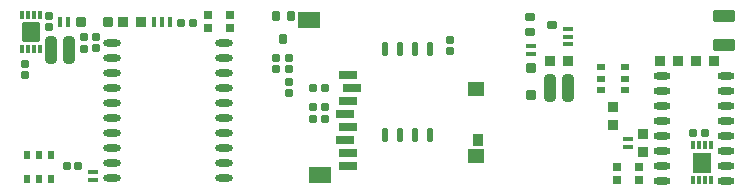
<source format=gbp>
G04*
G04 #@! TF.GenerationSoftware,Altium Limited,Altium Designer,19.1.5 (86)*
G04*
G04 Layer_Color=128*
%FSLAX25Y25*%
%MOIN*%
G70*
G01*
G75*
G04:AMPARAMS|DCode=19|XSize=23.62mil|YSize=23.62mil|CornerRadius=2.36mil|HoleSize=0mil|Usage=FLASHONLY|Rotation=180.000|XOffset=0mil|YOffset=0mil|HoleType=Round|Shape=RoundedRectangle|*
%AMROUNDEDRECTD19*
21,1,0.02362,0.01890,0,0,180.0*
21,1,0.01890,0.02362,0,0,180.0*
1,1,0.00472,-0.00945,0.00945*
1,1,0.00472,0.00945,0.00945*
1,1,0.00472,0.00945,-0.00945*
1,1,0.00472,-0.00945,-0.00945*
%
%ADD19ROUNDEDRECTD19*%
%ADD20R,0.07480X0.05512*%
%ADD21R,0.05512X0.05118*%
%ADD22R,0.05906X0.03150*%
%ADD23R,0.03740X0.03937*%
G04:AMPARAMS|DCode=24|XSize=23.62mil|YSize=23.62mil|CornerRadius=2.36mil|HoleSize=0mil|Usage=FLASHONLY|Rotation=270.000|XOffset=0mil|YOffset=0mil|HoleType=Round|Shape=RoundedRectangle|*
%AMROUNDEDRECTD24*
21,1,0.02362,0.01890,0,0,270.0*
21,1,0.01890,0.02362,0,0,270.0*
1,1,0.00472,-0.00945,-0.00945*
1,1,0.00472,-0.00945,0.00945*
1,1,0.00472,0.00945,0.00945*
1,1,0.00472,0.00945,-0.00945*
%
%ADD24ROUNDEDRECTD24*%
G04:AMPARAMS|DCode=25|XSize=47mil|YSize=19mil|CornerRadius=4.75mil|HoleSize=0mil|Usage=FLASHONLY|Rotation=90.000|XOffset=0mil|YOffset=0mil|HoleType=Round|Shape=RoundedRectangle|*
%AMROUNDEDRECTD25*
21,1,0.04700,0.00950,0,0,90.0*
21,1,0.03750,0.01900,0,0,90.0*
1,1,0.00950,0.00475,0.01875*
1,1,0.00950,0.00475,-0.01875*
1,1,0.00950,-0.00475,-0.01875*
1,1,0.00950,-0.00475,0.01875*
%
%ADD25ROUNDEDRECTD25*%
G04:AMPARAMS|DCode=26|XSize=27.56mil|YSize=35.43mil|CornerRadius=6.89mil|HoleSize=0mil|Usage=FLASHONLY|Rotation=180.000|XOffset=0mil|YOffset=0mil|HoleType=Round|Shape=RoundedRectangle|*
%AMROUNDEDRECTD26*
21,1,0.02756,0.02165,0,0,180.0*
21,1,0.01378,0.03543,0,0,180.0*
1,1,0.01378,-0.00689,0.01083*
1,1,0.01378,0.00689,0.01083*
1,1,0.01378,0.00689,-0.01083*
1,1,0.01378,-0.00689,-0.01083*
%
%ADD26ROUNDEDRECTD26*%
G04:AMPARAMS|DCode=27|XSize=16mil|YSize=35mil|CornerRadius=2.4mil|HoleSize=0mil|Usage=FLASHONLY|Rotation=270.000|XOffset=0mil|YOffset=0mil|HoleType=Round|Shape=RoundedRectangle|*
%AMROUNDEDRECTD27*
21,1,0.01600,0.03020,0,0,270.0*
21,1,0.01120,0.03500,0,0,270.0*
1,1,0.00480,-0.01510,-0.00560*
1,1,0.00480,-0.01510,0.00560*
1,1,0.00480,0.01510,0.00560*
1,1,0.00480,0.01510,-0.00560*
%
%ADD27ROUNDEDRECTD27*%
G04:AMPARAMS|DCode=28|XSize=27.56mil|YSize=27.56mil|CornerRadius=4.13mil|HoleSize=0mil|Usage=FLASHONLY|Rotation=180.000|XOffset=0mil|YOffset=0mil|HoleType=Round|Shape=RoundedRectangle|*
%AMROUNDEDRECTD28*
21,1,0.02756,0.01929,0,0,180.0*
21,1,0.01929,0.02756,0,0,180.0*
1,1,0.00827,-0.00965,0.00965*
1,1,0.00827,0.00965,0.00965*
1,1,0.00827,0.00965,-0.00965*
1,1,0.00827,-0.00965,-0.00965*
%
%ADD28ROUNDEDRECTD28*%
G04:AMPARAMS|DCode=29|XSize=29.53mil|YSize=11.81mil|CornerRadius=2.95mil|HoleSize=0mil|Usage=FLASHONLY|Rotation=270.000|XOffset=0mil|YOffset=0mil|HoleType=Round|Shape=RoundedRectangle|*
%AMROUNDEDRECTD29*
21,1,0.02953,0.00591,0,0,270.0*
21,1,0.02362,0.01181,0,0,270.0*
1,1,0.00591,-0.00295,-0.01181*
1,1,0.00591,-0.00295,0.01181*
1,1,0.00591,0.00295,0.01181*
1,1,0.00591,0.00295,-0.01181*
%
%ADD29ROUNDEDRECTD29*%
G04:AMPARAMS|DCode=30|XSize=57.09mil|YSize=68.9mil|CornerRadius=5.71mil|HoleSize=0mil|Usage=FLASHONLY|Rotation=180.000|XOffset=0mil|YOffset=0mil|HoleType=Round|Shape=RoundedRectangle|*
%AMROUNDEDRECTD30*
21,1,0.05709,0.05748,0,0,180.0*
21,1,0.04567,0.06890,0,0,180.0*
1,1,0.01142,-0.02284,0.02874*
1,1,0.01142,0.02284,0.02874*
1,1,0.01142,0.02284,-0.02874*
1,1,0.01142,-0.02284,-0.02874*
%
%ADD30ROUNDEDRECTD30*%
G04:AMPARAMS|DCode=31|XSize=43.31mil|YSize=94.49mil|CornerRadius=17.32mil|HoleSize=0mil|Usage=FLASHONLY|Rotation=0.000|XOffset=0mil|YOffset=0mil|HoleType=Round|Shape=RoundedRectangle|*
%AMROUNDEDRECTD31*
21,1,0.04331,0.05984,0,0,0.0*
21,1,0.00866,0.09449,0,0,0.0*
1,1,0.03465,0.00433,-0.02992*
1,1,0.03465,-0.00433,-0.02992*
1,1,0.03465,-0.00433,0.02992*
1,1,0.03465,0.00433,0.02992*
%
%ADD31ROUNDEDRECTD31*%
G04:AMPARAMS|DCode=32|XSize=16mil|YSize=35mil|CornerRadius=2.4mil|HoleSize=0mil|Usage=FLASHONLY|Rotation=0.000|XOffset=0mil|YOffset=0mil|HoleType=Round|Shape=RoundedRectangle|*
%AMROUNDEDRECTD32*
21,1,0.01600,0.03020,0,0,0.0*
21,1,0.01120,0.03500,0,0,0.0*
1,1,0.00480,0.00560,-0.01510*
1,1,0.00480,-0.00560,-0.01510*
1,1,0.00480,-0.00560,0.01510*
1,1,0.00480,0.00560,0.01510*
%
%ADD32ROUNDEDRECTD32*%
%ADD33R,0.01968X0.03150*%
G04:AMPARAMS|DCode=34|XSize=35mil|YSize=35mil|CornerRadius=4.38mil|HoleSize=0mil|Usage=FLASHONLY|Rotation=0.000|XOffset=0mil|YOffset=0mil|HoleType=Round|Shape=RoundedRectangle|*
%AMROUNDEDRECTD34*
21,1,0.03500,0.02625,0,0,0.0*
21,1,0.02625,0.03500,0,0,0.0*
1,1,0.00875,0.01313,-0.01313*
1,1,0.00875,-0.01313,-0.01313*
1,1,0.00875,-0.01313,0.01313*
1,1,0.00875,0.01313,0.01313*
%
%ADD34ROUNDEDRECTD34*%
G04:AMPARAMS|DCode=35|XSize=35.43mil|YSize=31.5mil|CornerRadius=3.94mil|HoleSize=0mil|Usage=FLASHONLY|Rotation=180.000|XOffset=0mil|YOffset=0mil|HoleType=Round|Shape=RoundedRectangle|*
%AMROUNDEDRECTD35*
21,1,0.03543,0.02362,0,0,180.0*
21,1,0.02756,0.03150,0,0,180.0*
1,1,0.00787,-0.01378,0.01181*
1,1,0.00787,0.01378,0.01181*
1,1,0.00787,0.01378,-0.01181*
1,1,0.00787,-0.01378,-0.01181*
%
%ADD35ROUNDEDRECTD35*%
%ADD36O,0.05906X0.02362*%
G04:AMPARAMS|DCode=37|XSize=35mil|YSize=35mil|CornerRadius=3.5mil|HoleSize=0mil|Usage=FLASHONLY|Rotation=270.000|XOffset=0mil|YOffset=0mil|HoleType=Round|Shape=RoundedRectangle|*
%AMROUNDEDRECTD37*
21,1,0.03500,0.02800,0,0,270.0*
21,1,0.02800,0.03500,0,0,270.0*
1,1,0.00700,-0.01400,-0.01400*
1,1,0.00700,-0.01400,0.01400*
1,1,0.00700,0.01400,0.01400*
1,1,0.00700,0.01400,-0.01400*
%
%ADD37ROUNDEDRECTD37*%
G04:AMPARAMS|DCode=38|XSize=35mil|YSize=35mil|CornerRadius=3.5mil|HoleSize=0mil|Usage=FLASHONLY|Rotation=0.000|XOffset=0mil|YOffset=0mil|HoleType=Round|Shape=RoundedRectangle|*
%AMROUNDEDRECTD38*
21,1,0.03500,0.02800,0,0,0.0*
21,1,0.02800,0.03500,0,0,0.0*
1,1,0.00700,0.01400,-0.01400*
1,1,0.00700,-0.01400,-0.01400*
1,1,0.00700,-0.01400,0.01400*
1,1,0.00700,0.01400,0.01400*
%
%ADD38ROUNDEDRECTD38*%
G04:AMPARAMS|DCode=39|XSize=57.09mil|YSize=68.9mil|CornerRadius=2.85mil|HoleSize=0mil|Usage=FLASHONLY|Rotation=0.000|XOffset=0mil|YOffset=0mil|HoleType=Round|Shape=RoundedRectangle|*
%AMROUNDEDRECTD39*
21,1,0.05709,0.06319,0,0,0.0*
21,1,0.05138,0.06890,0,0,0.0*
1,1,0.00571,0.02569,-0.03159*
1,1,0.00571,-0.02569,-0.03159*
1,1,0.00571,-0.02569,0.03159*
1,1,0.00571,0.02569,0.03159*
%
%ADD39ROUNDEDRECTD39*%
G04:AMPARAMS|DCode=40|XSize=39.37mil|YSize=70.87mil|CornerRadius=4.92mil|HoleSize=0mil|Usage=FLASHONLY|Rotation=270.000|XOffset=0mil|YOffset=0mil|HoleType=Round|Shape=RoundedRectangle|*
%AMROUNDEDRECTD40*
21,1,0.03937,0.06102,0,0,270.0*
21,1,0.02953,0.07087,0,0,270.0*
1,1,0.00984,-0.03051,-0.01476*
1,1,0.00984,-0.03051,0.01476*
1,1,0.00984,0.03051,0.01476*
1,1,0.00984,0.03051,-0.01476*
%
%ADD40ROUNDEDRECTD40*%
G04:AMPARAMS|DCode=41|XSize=27.56mil|YSize=35.43mil|CornerRadius=6.89mil|HoleSize=0mil|Usage=FLASHONLY|Rotation=270.000|XOffset=0mil|YOffset=0mil|HoleType=Round|Shape=RoundedRectangle|*
%AMROUNDEDRECTD41*
21,1,0.02756,0.02165,0,0,270.0*
21,1,0.01378,0.03543,0,0,270.0*
1,1,0.01378,-0.01083,-0.00689*
1,1,0.01378,-0.01083,0.00689*
1,1,0.01378,0.01083,0.00689*
1,1,0.01378,0.01083,-0.00689*
%
%ADD41ROUNDEDRECTD41*%
G04:AMPARAMS|DCode=42|XSize=35.43mil|YSize=31.5mil|CornerRadius=3.94mil|HoleSize=0mil|Usage=FLASHONLY|Rotation=90.000|XOffset=0mil|YOffset=0mil|HoleType=Round|Shape=RoundedRectangle|*
%AMROUNDEDRECTD42*
21,1,0.03543,0.02362,0,0,90.0*
21,1,0.02756,0.03150,0,0,90.0*
1,1,0.00787,0.01181,0.01378*
1,1,0.00787,0.01181,-0.01378*
1,1,0.00787,-0.01181,-0.01378*
1,1,0.00787,-0.01181,0.01378*
%
%ADD42ROUNDEDRECTD42*%
%ADD43O,0.05709X0.02362*%
%ADD44R,0.03150X0.01968*%
D19*
X132684Y38400D02*
D03*
X128747D02*
D03*
Y31900D02*
D03*
X132684D02*
D03*
X128747Y27900D02*
D03*
X132684D02*
D03*
X84770Y59900D02*
D03*
X88707D02*
D03*
X46497Y12345D02*
D03*
X50434D02*
D03*
X259177Y23254D02*
D03*
X255240D02*
D03*
D20*
X131125Y9305D02*
D03*
X127188Y61077D02*
D03*
D21*
X182897Y38046D02*
D03*
Y15605D02*
D03*
D22*
X140141Y12416D02*
D03*
Y16746D02*
D03*
X139354Y21077D02*
D03*
X140141Y25408D02*
D03*
X139354Y29739D02*
D03*
X140141Y34069D02*
D03*
X141716Y38400D02*
D03*
X140141Y42731D02*
D03*
D23*
X183783Y21077D02*
D03*
D24*
X116216Y48368D02*
D03*
Y44431D02*
D03*
X174216Y54368D02*
D03*
Y50431D02*
D03*
X120716Y36431D02*
D03*
Y40368D02*
D03*
Y48368D02*
D03*
Y44431D02*
D03*
X40739Y58432D02*
D03*
Y62369D02*
D03*
X52239Y55318D02*
D03*
Y51381D02*
D03*
X56239Y55369D02*
D03*
Y51432D02*
D03*
X32739Y46369D02*
D03*
Y42432D02*
D03*
D25*
X167716Y51100D02*
D03*
X162716D02*
D03*
X157716D02*
D03*
X152716D02*
D03*
Y22700D02*
D03*
X157716D02*
D03*
X162716D02*
D03*
X167716D02*
D03*
D26*
X116157Y62140D02*
D03*
X121275D02*
D03*
X118716Y54660D02*
D03*
D27*
X55239Y7600D02*
D03*
Y10200D02*
D03*
X233693Y21200D02*
D03*
Y18600D02*
D03*
X213693Y58000D02*
D03*
Y52800D02*
D03*
Y55400D02*
D03*
X201193Y52200D02*
D03*
Y49600D02*
D03*
D28*
X93636Y58235D02*
D03*
Y62565D02*
D03*
X100841D02*
D03*
Y58235D02*
D03*
X237295Y7735D02*
D03*
Y12065D02*
D03*
X230091D02*
D03*
Y7735D02*
D03*
D29*
X33754Y62609D02*
D03*
X35723D02*
D03*
X37691D02*
D03*
Y51191D02*
D03*
X35723D02*
D03*
X33754D02*
D03*
X31786D02*
D03*
Y62609D02*
D03*
X261146Y7691D02*
D03*
Y19109D02*
D03*
X259177D02*
D03*
X257209D02*
D03*
X255240D02*
D03*
Y7691D02*
D03*
X257209D02*
D03*
X259177D02*
D03*
D30*
X34739Y56900D02*
D03*
D31*
X41422Y51060D02*
D03*
X47328Y51060D02*
D03*
X213598Y38400D02*
D03*
X207693Y38400D02*
D03*
D32*
X47039Y60400D02*
D03*
X44439D02*
D03*
X80839D02*
D03*
X75639D02*
D03*
X78239D02*
D03*
D33*
X33301Y7963D02*
D03*
X37239D02*
D03*
X41176D02*
D03*
Y15837D02*
D03*
X37239D02*
D03*
X33301D02*
D03*
D34*
X65239Y60400D02*
D03*
X71239D02*
D03*
X207693Y47400D02*
D03*
X213693D02*
D03*
D35*
X60266Y60400D02*
D03*
X51211D02*
D03*
D36*
X61538Y8400D02*
D03*
Y13400D02*
D03*
Y18400D02*
D03*
Y23400D02*
D03*
Y28400D02*
D03*
Y33400D02*
D03*
Y38400D02*
D03*
Y43400D02*
D03*
Y48400D02*
D03*
Y53400D02*
D03*
X98939Y8400D02*
D03*
Y13400D02*
D03*
Y18400D02*
D03*
Y23400D02*
D03*
Y28400D02*
D03*
Y33400D02*
D03*
Y38400D02*
D03*
Y43400D02*
D03*
Y48400D02*
D03*
Y53400D02*
D03*
D37*
X238693Y22900D02*
D03*
Y16900D02*
D03*
X228765Y31900D02*
D03*
Y25900D02*
D03*
D38*
X244193Y47400D02*
D03*
X250193D02*
D03*
X256193D02*
D03*
X262193D02*
D03*
D39*
X258193Y13400D02*
D03*
D40*
X265693Y52479D02*
D03*
Y62321D02*
D03*
D41*
X200953Y56841D02*
D03*
Y61959D02*
D03*
X208433Y59400D02*
D03*
D42*
X201193Y35872D02*
D03*
Y44927D02*
D03*
D43*
X266421Y42400D02*
D03*
Y37400D02*
D03*
Y32400D02*
D03*
Y27400D02*
D03*
X244965Y42400D02*
D03*
Y37400D02*
D03*
Y32400D02*
D03*
Y27400D02*
D03*
X266421Y22400D02*
D03*
Y17400D02*
D03*
Y12400D02*
D03*
Y7400D02*
D03*
X244965Y22400D02*
D03*
Y17400D02*
D03*
Y12400D02*
D03*
Y7400D02*
D03*
D44*
X232630Y45337D02*
D03*
Y41400D02*
D03*
Y37463D02*
D03*
X224756D02*
D03*
Y41400D02*
D03*
Y45337D02*
D03*
M02*

</source>
